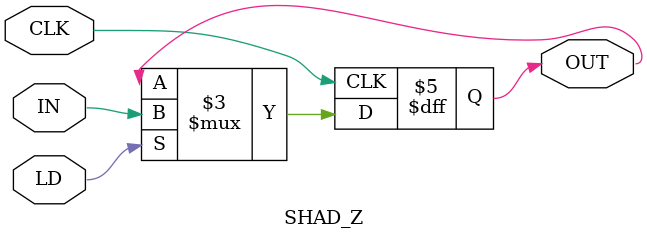
<source format=sv>
`timescale 1ns / 1ps


module SHAD_Z(
    input LD, IN, CLK,
    output logic OUT
    );
    
    always_ff @(posedge CLK) begin
        if(LD == 1)begin
            OUT <= IN;
        end
    end
endmodule

</source>
